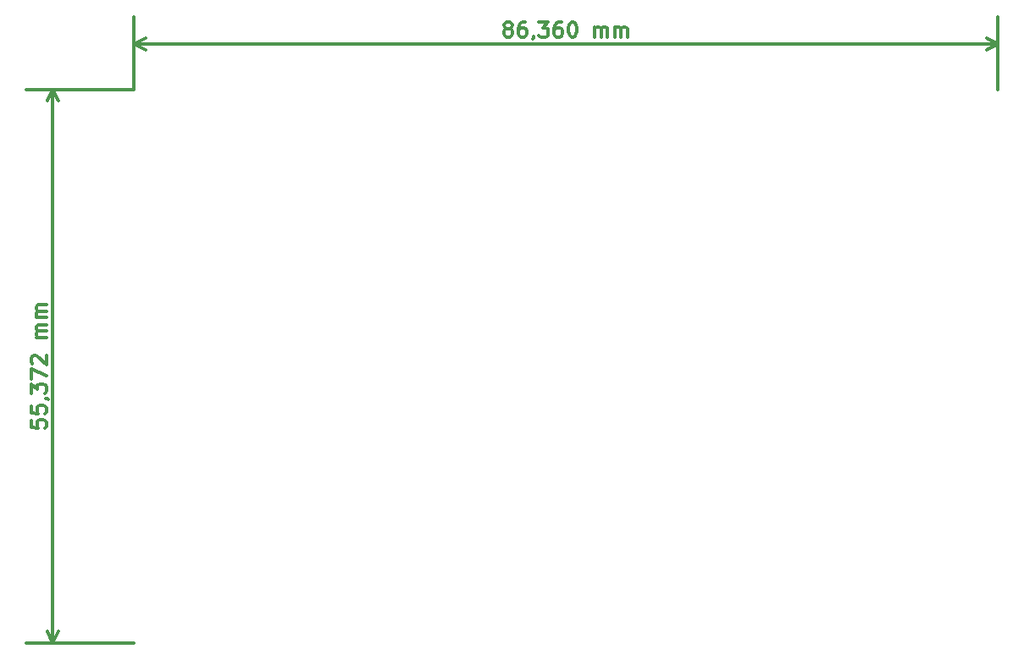
<source format=gbr>
G04 #@! TF.FileFunction,Other,ECO2*
%FSLAX46Y46*%
G04 Gerber Fmt 4.6, Leading zero omitted, Abs format (unit mm)*
G04 Created by KiCad (PCBNEW 4.0.2-stable) date 29/08/2016 23:52:40*
%MOMM*%
G01*
G04 APERTURE LIST*
%ADD10C,0.100000*%
%ADD11C,0.300000*%
G04 APERTURE END LIST*
D10*
D11*
X96380571Y-108806570D02*
X96380571Y-109520856D01*
X97094857Y-109592285D01*
X97023429Y-109520856D01*
X96952000Y-109377999D01*
X96952000Y-109020856D01*
X97023429Y-108877999D01*
X97094857Y-108806570D01*
X97237714Y-108735142D01*
X97594857Y-108735142D01*
X97737714Y-108806570D01*
X97809143Y-108877999D01*
X97880571Y-109020856D01*
X97880571Y-109377999D01*
X97809143Y-109520856D01*
X97737714Y-109592285D01*
X96380571Y-107377999D02*
X96380571Y-108092285D01*
X97094857Y-108163714D01*
X97023429Y-108092285D01*
X96952000Y-107949428D01*
X96952000Y-107592285D01*
X97023429Y-107449428D01*
X97094857Y-107377999D01*
X97237714Y-107306571D01*
X97594857Y-107306571D01*
X97737714Y-107377999D01*
X97809143Y-107449428D01*
X97880571Y-107592285D01*
X97880571Y-107949428D01*
X97809143Y-108092285D01*
X97737714Y-108163714D01*
X97809143Y-106592286D02*
X97880571Y-106592286D01*
X98023429Y-106663714D01*
X98094857Y-106735143D01*
X96380571Y-106092285D02*
X96380571Y-105163714D01*
X96952000Y-105663714D01*
X96952000Y-105449428D01*
X97023429Y-105306571D01*
X97094857Y-105235142D01*
X97237714Y-105163714D01*
X97594857Y-105163714D01*
X97737714Y-105235142D01*
X97809143Y-105306571D01*
X97880571Y-105449428D01*
X97880571Y-105878000D01*
X97809143Y-106020857D01*
X97737714Y-106092285D01*
X96380571Y-104663714D02*
X96380571Y-103663714D01*
X97880571Y-104306571D01*
X96523429Y-103163715D02*
X96452000Y-103092286D01*
X96380571Y-102949429D01*
X96380571Y-102592286D01*
X96452000Y-102449429D01*
X96523429Y-102378000D01*
X96666286Y-102306572D01*
X96809143Y-102306572D01*
X97023429Y-102378000D01*
X97880571Y-103235143D01*
X97880571Y-102306572D01*
X97880571Y-100520858D02*
X96880571Y-100520858D01*
X97023429Y-100520858D02*
X96952000Y-100449430D01*
X96880571Y-100306572D01*
X96880571Y-100092287D01*
X96952000Y-99949430D01*
X97094857Y-99878001D01*
X97880571Y-99878001D01*
X97094857Y-99878001D02*
X96952000Y-99806572D01*
X96880571Y-99663715D01*
X96880571Y-99449430D01*
X96952000Y-99306572D01*
X97094857Y-99235144D01*
X97880571Y-99235144D01*
X97880571Y-98520858D02*
X96880571Y-98520858D01*
X97023429Y-98520858D02*
X96952000Y-98449430D01*
X96880571Y-98306572D01*
X96880571Y-98092287D01*
X96952000Y-97949430D01*
X97094857Y-97878001D01*
X97880571Y-97878001D01*
X97094857Y-97878001D02*
X96952000Y-97806572D01*
X96880571Y-97663715D01*
X96880571Y-97449430D01*
X96952000Y-97306572D01*
X97094857Y-97235144D01*
X97880571Y-97235144D01*
X98552000Y-131064000D02*
X98552000Y-75692000D01*
X106680000Y-131064000D02*
X95852000Y-131064000D01*
X106680000Y-75692000D02*
X95852000Y-75692000D01*
X98552000Y-75692000D02*
X99138421Y-76818504D01*
X98552000Y-75692000D02*
X97965579Y-76818504D01*
X98552000Y-131064000D02*
X99138421Y-129937496D01*
X98552000Y-131064000D02*
X97965579Y-129937496D01*
X143931430Y-69591429D02*
X143788572Y-69520000D01*
X143717144Y-69448571D01*
X143645715Y-69305714D01*
X143645715Y-69234286D01*
X143717144Y-69091429D01*
X143788572Y-69020000D01*
X143931430Y-68948571D01*
X144217144Y-68948571D01*
X144360001Y-69020000D01*
X144431430Y-69091429D01*
X144502858Y-69234286D01*
X144502858Y-69305714D01*
X144431430Y-69448571D01*
X144360001Y-69520000D01*
X144217144Y-69591429D01*
X143931430Y-69591429D01*
X143788572Y-69662857D01*
X143717144Y-69734286D01*
X143645715Y-69877143D01*
X143645715Y-70162857D01*
X143717144Y-70305714D01*
X143788572Y-70377143D01*
X143931430Y-70448571D01*
X144217144Y-70448571D01*
X144360001Y-70377143D01*
X144431430Y-70305714D01*
X144502858Y-70162857D01*
X144502858Y-69877143D01*
X144431430Y-69734286D01*
X144360001Y-69662857D01*
X144217144Y-69591429D01*
X145788572Y-68948571D02*
X145502858Y-68948571D01*
X145360001Y-69020000D01*
X145288572Y-69091429D01*
X145145715Y-69305714D01*
X145074286Y-69591429D01*
X145074286Y-70162857D01*
X145145715Y-70305714D01*
X145217143Y-70377143D01*
X145360001Y-70448571D01*
X145645715Y-70448571D01*
X145788572Y-70377143D01*
X145860001Y-70305714D01*
X145931429Y-70162857D01*
X145931429Y-69805714D01*
X145860001Y-69662857D01*
X145788572Y-69591429D01*
X145645715Y-69520000D01*
X145360001Y-69520000D01*
X145217143Y-69591429D01*
X145145715Y-69662857D01*
X145074286Y-69805714D01*
X146645714Y-70377143D02*
X146645714Y-70448571D01*
X146574286Y-70591429D01*
X146502857Y-70662857D01*
X147145715Y-68948571D02*
X148074286Y-68948571D01*
X147574286Y-69520000D01*
X147788572Y-69520000D01*
X147931429Y-69591429D01*
X148002858Y-69662857D01*
X148074286Y-69805714D01*
X148074286Y-70162857D01*
X148002858Y-70305714D01*
X147931429Y-70377143D01*
X147788572Y-70448571D01*
X147360000Y-70448571D01*
X147217143Y-70377143D01*
X147145715Y-70305714D01*
X149360000Y-68948571D02*
X149074286Y-68948571D01*
X148931429Y-69020000D01*
X148860000Y-69091429D01*
X148717143Y-69305714D01*
X148645714Y-69591429D01*
X148645714Y-70162857D01*
X148717143Y-70305714D01*
X148788571Y-70377143D01*
X148931429Y-70448571D01*
X149217143Y-70448571D01*
X149360000Y-70377143D01*
X149431429Y-70305714D01*
X149502857Y-70162857D01*
X149502857Y-69805714D01*
X149431429Y-69662857D01*
X149360000Y-69591429D01*
X149217143Y-69520000D01*
X148931429Y-69520000D01*
X148788571Y-69591429D01*
X148717143Y-69662857D01*
X148645714Y-69805714D01*
X150431428Y-68948571D02*
X150574285Y-68948571D01*
X150717142Y-69020000D01*
X150788571Y-69091429D01*
X150860000Y-69234286D01*
X150931428Y-69520000D01*
X150931428Y-69877143D01*
X150860000Y-70162857D01*
X150788571Y-70305714D01*
X150717142Y-70377143D01*
X150574285Y-70448571D01*
X150431428Y-70448571D01*
X150288571Y-70377143D01*
X150217142Y-70305714D01*
X150145714Y-70162857D01*
X150074285Y-69877143D01*
X150074285Y-69520000D01*
X150145714Y-69234286D01*
X150217142Y-69091429D01*
X150288571Y-69020000D01*
X150431428Y-68948571D01*
X152717142Y-70448571D02*
X152717142Y-69448571D01*
X152717142Y-69591429D02*
X152788570Y-69520000D01*
X152931428Y-69448571D01*
X153145713Y-69448571D01*
X153288570Y-69520000D01*
X153359999Y-69662857D01*
X153359999Y-70448571D01*
X153359999Y-69662857D02*
X153431428Y-69520000D01*
X153574285Y-69448571D01*
X153788570Y-69448571D01*
X153931428Y-69520000D01*
X154002856Y-69662857D01*
X154002856Y-70448571D01*
X154717142Y-70448571D02*
X154717142Y-69448571D01*
X154717142Y-69591429D02*
X154788570Y-69520000D01*
X154931428Y-69448571D01*
X155145713Y-69448571D01*
X155288570Y-69520000D01*
X155359999Y-69662857D01*
X155359999Y-70448571D01*
X155359999Y-69662857D02*
X155431428Y-69520000D01*
X155574285Y-69448571D01*
X155788570Y-69448571D01*
X155931428Y-69520000D01*
X156002856Y-69662857D01*
X156002856Y-70448571D01*
X106680000Y-71120000D02*
X193040000Y-71120000D01*
X106680000Y-75692000D02*
X106680000Y-68420000D01*
X193040000Y-75692000D02*
X193040000Y-68420000D01*
X193040000Y-71120000D02*
X191913496Y-71706421D01*
X193040000Y-71120000D02*
X191913496Y-70533579D01*
X106680000Y-71120000D02*
X107806504Y-71706421D01*
X106680000Y-71120000D02*
X107806504Y-70533579D01*
M02*

</source>
